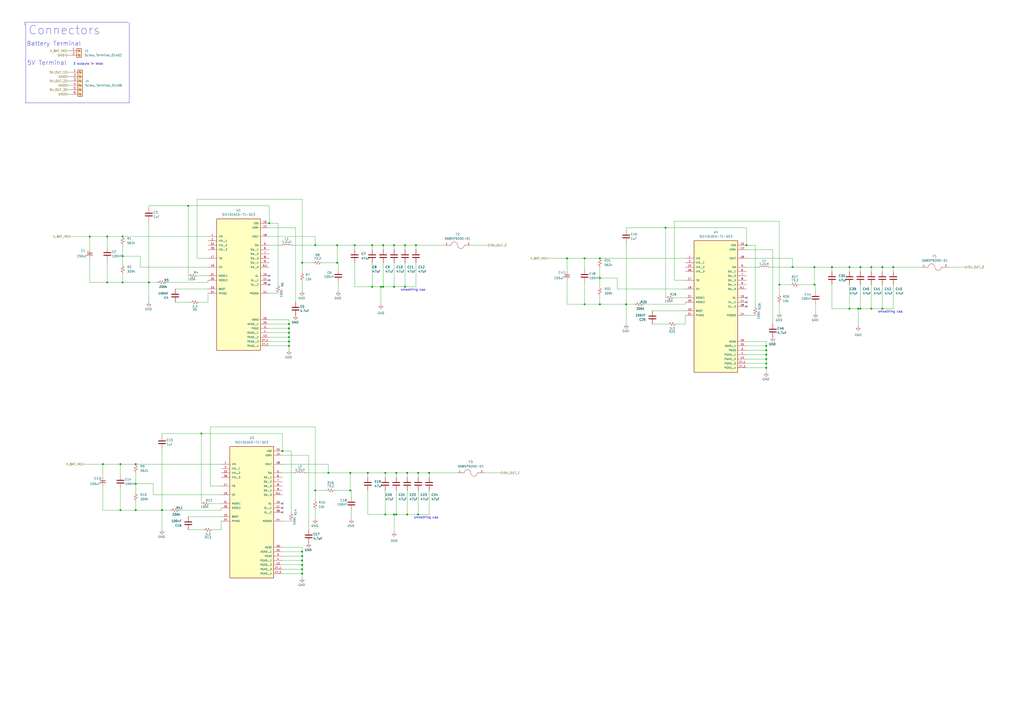
<source format=kicad_sch>
(kicad_sch (version 20231120) (generator "eeschema") (generator_version "8.0")
  (paper "A2")
  (lib_symbols
    (symbol "0685P9200-01:0685P9200-01" (pin_names (offset 1.016))
      (property "Reference" "F" (at -5.08 2.54 0))
      (property "Value" "0685P9200-01" (at -5.08 -3.81 0))
      (symbol "0685P9200-01_0_0"
        (pin passive line (at -7.62 0 0) (length 2.54) (name "~") (number "1"))
        (pin passive line (at 7.62 0 180) (length 2.54) (name "~") (number "2"))
      )
    )
    (symbol "Connector:Screw_Terminal_01x02" (pin_names (offset 1.016) hide)
      (property "Reference" "J" (at 0 2.54 0))
      (property "Value" "Screw_Terminal_01x02" (at 0 -5.08 0))
      (symbol "Screw_Terminal_01x02_1_1"
        (pin passive line (at -5.08 0 0) (length 3.81) (name "Pin_1") (number "1"))
        (pin passive line (at -5.08 -2.54 0) (length 3.81) (name "Pin_2") (number "2"))
      )
    )
    (symbol "Connector:Screw_Terminal_01x06" (pin_names (offset 1.016) hide)
      (property "Reference" "J" (at 0 7.62 0))
      (property "Value" "Screw_Terminal_01x06" (at 0 -10.16 0))
      (symbol "Screw_Terminal_01x06_1_1"
        (pin passive line (at -5.08 5.08 0) (length 3.81) (name "Pin_1") (number "1"))
        (pin passive line (at -5.08 2.54 0) (length 3.81) (name "Pin_2") (number "2"))
        (pin passive line (at -5.08 0 0) (length 3.81) (name "Pin_3") (number "3"))
        (pin passive line (at -5.08 -2.54 0) (length 3.81) (name "Pin_4") (number "4"))
        (pin passive line (at -5.08 -5.08 0) (length 3.81) (name "Pin_5") (number "5"))
        (pin passive line (at -5.08 -7.62 0) (length 3.81) (name "Pin_6") (number "6"))
      )
    )
    (symbol "Device:C" (pin_numbers hide) (pin_names (offset 0.254))
      (property "Reference" "C" (at 0.635 2.54 0))
      (property "Value" "C" (at 0.635 -2.54 0))
      (symbol "C_1_1"
        (pin passive line (at 0 3.81 270) (length 2.794) (name "~") (number "1"))
        (pin passive line (at 0 -3.81 90) (length 2.794) (name "~") (number "2"))
      )
    )
    (symbol "Device:C_Polarized_Small_US" (pin_numbers hide) (pin_names (offset 0.254) hide)
      (property "Reference" "C" (at 0.254 1.778 0))
      (property "Value" "C_Polarized_Small_US" (at 0.254 -2.032 0))
      (symbol "C_Polarized_Small_US_1_1"
        (pin passive line (at 0 2.54 270) (length 2.032) (name "~") (number "1"))
        (pin passive line (at 0 -2.54 90) (length 2.032) (name "~") (number "2"))
      )
    )
    (symbol "Device:L" (pin_numbers hide) (pin_names (offset 1.016) hide)
      (property "Reference" "L" (at -1.27 0 90))
      (property "Value" "L" (at 1.905 0 90))
      (symbol "L_1_1"
        (pin passive line (at 0 3.81 270) (length 1.27) (name "1") (number "1"))
        (pin passive line (at 0 -3.81 90) (length 1.27) (name "2") (number "2"))
      )
    )
    (symbol "Device:R_Small_US" (pin_numbers hide) (pin_names (offset 0.254) hide)
      (property "Reference" "R" (at 0.762 0.508 0))
      (property "Value" "R_Small_US" (at 0.762 -1.016 0))
      (symbol "R_Small_US_1_1"
        (pin passive line (at 0 2.54 270) (length 1.016) (name "~") (number "1"))
        (pin passive line (at 0 -2.54 90) (length 1.016) (name "~") (number "2"))
      )
    )
    (symbol "SIC431AED-T1-GE3_1" (pin_names (offset 1.016))
      (property "Reference" "U" (at -12.7233 23.5381 0))
      (property "Value" "SIC431AED-T1-GE3" (at -12.7365 -55.9527 0))
      (symbol "SIC431AED-T1-GE3_1_0_0"
        (pin input line (at -17.78 12.7 0) (length 5.08) (name "VIN") (number "1"))
        (pin output line (at 17.78 -10.16 180) (length 5.08) (name "GL") (number "10"))
        (pin output line (at 17.78 -12.7 180) (length 5.08) (name "GL__1") (number "11"))
        (pin power_in line (at 17.78 17.78 180) (length 5.08) (name "VDRV") (number "12"))
        (pin power_in line (at 17.78 -45.72 180) (length 5.08) (name "PGND__2") (number "13"))
        (pin output line (at 17.78 -20.32 180) (length 5.08) (name "PGOOD") (number "14"))
        (pin power_in line (at 17.78 20.32 180) (length 5.08) (name "VDD") (number "15"))
        (pin power_in line (at 17.78 -35.56 180) (length 5.08) (name "AGND") (number "16"))
        (pin input line (at -17.78 0 0) (length 5.08) (name "FB") (number "17"))
        (pin output line (at 17.78 12.7 180) (length 5.08) (name "VOUT") (number "18"))
        (pin input line (at -17.78 -5.08 0) (length 5.08) (name "EN") (number "19"))
        (pin input line (at -17.78 10.16 0) (length 5.08) (name "VIN__1") (number "2"))
        (pin input line (at -17.78 -12.7 0) (length 5.08) (name "MODE2") (number "20"))
        (pin input line (at -17.78 -10.16 0) (length 5.08) (name "MODE1") (number "21"))
        (pin input line (at -17.78 7.62 0) (length 5.08) (name "VIN__2") (number "22"))
        (pin passive line (at -17.78 -17.78 0) (length 5.08) (name "BOOT") (number "23"))
        (pin passive line (at -17.78 -20.32 0) (length 5.08) (name "PHASE") (number "24"))
        (pin power_in line (at 17.78 -38.1 180) (length 5.08) (name "AGND__1") (number "25"))
        (pin input line (at -17.78 5.08 0) (length 5.08) (name "VIN__3") (number "26"))
        (pin power_in line (at 17.78 -48.26 180) (length 5.08) (name "PGND__3") (number "27_1"))
        (pin power_in line (at 17.78 -50.8 180) (length 5.08) (name "PGND__4") (number "27_2"))
        (pin output line (at 17.78 -15.24 180) (length 5.08) (name "GL__2") (number "28"))
        (pin power_in line (at 17.78 -40.64 180) (length 5.08) (name "PGND") (number "3"))
        (pin power_in line (at 17.78 -43.18 180) (length 5.08) (name "PGND__1") (number "4"))
        (pin output line (at 17.78 7.62 180) (length 5.08) (name "SW") (number "5"))
        (pin output line (at 17.78 5.08 180) (length 5.08) (name "SW__1") (number "6"))
        (pin output line (at 17.78 2.54 180) (length 5.08) (name "SW__2") (number "7"))
        (pin output line (at 17.78 0 180) (length 5.08) (name "SW__3") (number "8"))
        (pin output line (at 17.78 -2.54 180) (length 5.08) (name "SW__4") (number "9"))
        (pin output line (at 17.78 -5.08 180) (length 5.08) (name "SW__5") (number "9.1"))
      )
    )
    (symbol "power:GND" (power) (pin_names (offset 0))
      (property "Value" "GND" (at 0 -3.81 0))
      (symbol "GND_1_1"
        (pin power_in line (at 0 0 270) (length 0) hide (name "GND") (number "1"))
      )
    )
  )
  (junction (at 69.85 295.91))
  (junction (at 167.64 200.66))
  (junction (at 234.95 166.37))
  (junction (at 505.46 154.94))
  (junction (at 229.87 274.32))
  (junction (at 78.74 280.67))
  (junction (at 175.26 322.58))
  (junction (at 505.46 179.07))
  (junction (at 167.64 187.96))
  (junction (at 248.92 274.32))
  (junction (at 236.22 274.32))
  (junction (at 236.22 298.45))
  (junction (at 499.11 154.94))
  (junction (at 242.57 298.45))
  (junction (at 228.6 298.45))
  (junction (at 444.5 200.66))
  (junction (at 175.26 325.12))
  (junction (at 195.58 152.4))
  (junction (at 163.83 261.62))
  (junction (at 59.69 269.24))
  (junction (at 167.64 198.12))
  (junction (at 347.98 161.29))
  (junction (at 93.98 295.91))
  (junction (at 228.6 142.24))
  (junction (at 116.84 251.46))
  (junction (at 347.98 149.86))
  (junction (at 234.95 142.24))
  (junction (at 492.76 154.94))
  (junction (at 62.23 137.16))
  (junction (at 499.11 179.07))
  (junction (at 242.57 274.32))
  (junction (at 69.85 269.24))
  (junction (at 339.09 176.53))
  (junction (at 167.64 190.5))
  (junction (at 363.22 176.53))
  (junction (at 518.16 154.94))
  (junction (at 223.52 274.32))
  (junction (at 71.12 137.16))
  (junction (at 472.44 154.94))
  (junction (at 241.3 142.24))
  (junction (at 444.5 205.74))
  (junction (at 156.21 129.54))
  (junction (at 482.6 154.94))
  (junction (at 182.88 284.48))
  (junction (at 52.07 137.16))
  (junction (at 86.36 163.83))
  (junction (at 109.22 119.38))
  (junction (at 339.09 149.86))
  (junction (at 175.26 330.2))
  (junction (at 222.25 166.37))
  (junction (at 229.87 298.45))
  (junction (at 203.2 274.32))
  (junction (at 220.98 166.37))
  (junction (at 347.98 176.53))
  (junction (at 492.76 179.07))
  (junction (at 444.5 203.2))
  (junction (at 222.25 142.24))
  (junction (at 444.5 213.36))
  (junction (at 195.58 142.24))
  (junction (at 205.74 142.24))
  (junction (at 78.74 269.24))
  (junction (at 511.81 179.07))
  (junction (at 433.07 142.24))
  (junction (at 223.52 298.45))
  (junction (at 215.9 142.24))
  (junction (at 175.26 327.66))
  (junction (at 228.6 166.37))
  (junction (at 203.2 284.48))
  (junction (at 71.12 148.59))
  (junction (at 62.23 163.83))
  (junction (at 444.5 210.82))
  (junction (at 459.74 154.94))
  (junction (at 213.36 274.32))
  (junction (at 472.44 165.1))
  (junction (at 511.81 154.94))
  (junction (at 215.9 166.37))
  (junction (at 175.26 332.74))
  (junction (at 167.64 195.58))
  (junction (at 452.12 165.1))
  (junction (at 78.74 295.91))
  (junction (at 182.88 142.24))
  (junction (at 71.12 163.83))
  (junction (at 497.84 179.07))
  (junction (at 190.5 274.32))
  (junction (at 386.08 132.08))
  (junction (at 328.93 149.86))
  (junction (at 444.5 208.28))
  (junction (at 175.26 152.4))
  (junction (at 167.64 193.04))
  (junction (at 175.26 320.04))
  (no_connect (at 156.21 165.1))
  (no_connect (at 156.21 160.02))
  (no_connect (at 156.21 162.56))
  (no_connect (at 433.07 172.72))
  (no_connect (at 163.83 292.1))
  (no_connect (at 433.07 175.26))
  (no_connect (at 163.83 297.18))
  (no_connect (at 163.83 294.64))
  (no_connect (at 433.07 177.8))
  (wire (pts (xy 86.36 163.83) (xy 71.12 163.83)))
  (wire (pts (xy 505.46 165.1) (xy 505.46 179.07)))
  (wire (pts (xy 71.12 137.16) (xy 62.23 137.16)))
  (polyline (pts (xy 14.986 59.69) (xy 74.93 59.69)))
  (wire (pts (xy 368.3 176.53) (xy 363.22 176.53)))
  (wire (pts (xy 109.22 299.72) (xy 128.27 299.72)))
  (wire (pts (xy 163.83 322.58) (xy 175.26 322.58)))
  (wire (pts (xy 128.27 307.34) (xy 128.27 302.26)))
  (wire (pts (xy 492.76 154.94) (xy 482.6 154.94)))
  (wire (pts (xy 248.92 274.32) (xy 248.92 276.86)))
  (wire (pts (xy 93.98 295.91) (xy 78.74 295.91)))
  (wire (pts (xy 52.07 149.86) (xy 52.07 163.83)))
  (wire (pts (xy 223.52 274.32) (xy 223.52 276.86)))
  (wire (pts (xy 109.22 119.38) (xy 156.21 119.38)))
  (wire (pts (xy 222.25 152.4) (xy 222.25 166.37)))
  (wire (pts (xy 175.26 152.4) (xy 175.26 158.115)))
  (wire (pts (xy 167.64 187.96) (xy 167.64 190.5)))
  (wire (pts (xy 518.16 165.1) (xy 518.16 179.07)))
  (wire (pts (xy 167.64 185.42) (xy 167.64 187.96)))
  (wire (pts (xy 317.5 149.86) (xy 328.93 149.86)))
  (wire (pts (xy 78.74 295.91) (xy 78.74 290.83)))
  (wire (pts (xy 156.21 200.66) (xy 167.64 200.66)))
  (wire (pts (xy 52.07 163.83) (xy 62.23 163.83)))
  (wire (pts (xy 163.83 325.12) (xy 175.26 325.12)))
  (wire (pts (xy 444.5 203.2) (xy 444.5 205.74)))
  (wire (pts (xy 228.6 298.45) (xy 229.87 298.45)))
  (wire (pts (xy 175.26 152.4) (xy 181.61 152.4)))
  (wire (pts (xy 167.64 198.12) (xy 167.64 200.66)))
  (polyline (pts (xy 14.351 12.954) (xy 14.351 14.478)))
  (wire (pts (xy 38.862 32.004) (xy 40.767 32.004)))
  (wire (pts (xy 215.9 142.24) (xy 222.25 142.24)))
  (wire (pts (xy 438.15 142.24) (xy 433.07 142.24)))
  (wire (pts (xy 175.26 322.58) (xy 175.26 325.12)))
  (wire (pts (xy 234.95 166.37) (xy 241.3 166.37)))
  (wire (pts (xy 248.92 274.32) (xy 265.43 274.32)))
  (wire (pts (xy 241.3 152.4) (xy 241.3 166.37)))
  (wire (pts (xy 182.88 247.65) (xy 182.88 284.48)))
  (wire (pts (xy 121.92 292.1) (xy 128.27 292.1)))
  (wire (pts (xy 229.87 298.45) (xy 236.22 298.45)))
  (wire (pts (xy 280.67 274.32) (xy 290.83 274.32)))
  (wire (pts (xy 40.64 137.16) (xy 52.07 137.16)))
  (wire (pts (xy 163.83 302.26) (xy 168.91 302.26)))
  (wire (pts (xy 213.36 274.32) (xy 213.36 276.86)))
  (wire (pts (xy 156.21 170.18) (xy 161.29 170.18)))
  (wire (pts (xy 101.6 175.26) (xy 110.49 175.26)))
  (wire (pts (xy 93.98 260.35) (xy 93.98 295.91)))
  (wire (pts (xy 386.08 132.08) (xy 433.07 132.08)))
  (wire (pts (xy 93.98 295.91) (xy 93.98 307.34)))
  (wire (pts (xy 179.07 264.16) (xy 179.07 307.34)))
  (wire (pts (xy 86.36 128.27) (xy 86.36 163.83)))
  (wire (pts (xy 223.52 298.45) (xy 213.36 298.45)))
  (wire (pts (xy 186.69 152.4) (xy 195.58 152.4)))
  (wire (pts (xy 69.85 269.24) (xy 69.85 275.59)))
  (wire (pts (xy 156.21 185.42) (xy 167.64 185.42)))
  (wire (pts (xy 203.835 295.91) (xy 203.835 300.99)))
  (wire (pts (xy 195.58 152.4) (xy 196.215 152.4)))
  (wire (pts (xy 163.83 251.46) (xy 163.83 261.62)))
  (wire (pts (xy 363.22 140.97) (xy 363.22 176.53)))
  (wire (pts (xy 167.64 200.66) (xy 167.64 203.2)))
  (wire (pts (xy 397.51 175.26) (xy 397.51 176.53)))
  (wire (pts (xy 223.52 274.32) (xy 229.87 274.32)))
  (wire (pts (xy 511.81 179.07) (xy 518.16 179.07)))
  (wire (pts (xy 234.95 142.24) (xy 241.3 142.24)))
  (wire (pts (xy 505.46 154.94) (xy 505.46 157.48)))
  (wire (pts (xy 397.51 162.56) (xy 391.16 162.56)))
  (wire (pts (xy 203.2 274.32) (xy 213.36 274.32)))
  (wire (pts (xy 101.6 167.64) (xy 120.65 167.64)))
  (wire (pts (xy 472.44 165.1) (xy 473.075 165.1)))
  (wire (pts (xy 248.92 284.48) (xy 248.92 298.45)))
  (wire (pts (xy 363.22 132.08) (xy 363.22 133.35)))
  (wire (pts (xy 242.57 274.32) (xy 242.57 276.86)))
  (wire (pts (xy 511.81 154.94) (xy 511.81 157.48)))
  (wire (pts (xy 391.16 172.72) (xy 397.51 172.72)))
  (wire (pts (xy 242.57 298.45) (xy 248.92 298.45)))
  (wire (pts (xy 448.31 144.78) (xy 448.31 187.96)))
  (wire (pts (xy 120.65 149.86) (xy 114.3 149.86)))
  (wire (pts (xy 195.58 142.24) (xy 195.58 152.4)))
  (wire (pts (xy 397.51 167.64) (xy 358.14 167.64)))
  (wire (pts (xy 156.21 187.96) (xy 167.64 187.96)))
  (wire (pts (xy 175.26 327.66) (xy 175.26 330.2)))
  (wire (pts (xy 163.83 327.66) (xy 175.26 327.66)))
  (wire (pts (xy 363.22 176.53) (xy 347.98 176.53)))
  (wire (pts (xy 81.28 148.59) (xy 71.12 148.59)))
  (wire (pts (xy 391.16 128.27) (xy 452.12 128.27)))
  (wire (pts (xy 499.11 179.07) (xy 505.46 179.07)))
  (wire (pts (xy 433.07 203.2) (xy 444.5 203.2)))
  (wire (pts (xy 358.14 167.64) (xy 358.14 161.29)))
  (wire (pts (xy 156.21 137.16) (xy 182.88 137.16)))
  (wire (pts (xy 229.87 274.32) (xy 236.22 274.32)))
  (wire (pts (xy 115.57 175.26) (xy 120.65 175.26)))
  (wire (pts (xy 241.3 142.24) (xy 257.81 142.24)))
  (wire (pts (xy 39.37 49.53) (xy 41.402 49.53)))
  (wire (pts (xy 339.09 176.53) (xy 347.98 176.53)))
  (wire (pts (xy 433.07 198.12) (xy 444.5 198.12)))
  (wire (pts (xy 339.09 149.86) (xy 339.09 156.21)))
  (wire (pts (xy 175.26 330.2) (xy 175.26 332.74)))
  (wire (pts (xy 220.98 166.37) (xy 215.9 166.37)))
  (wire (pts (xy 215.9 142.24) (xy 205.74 142.24)))
  (wire (pts (xy 229.87 284.48) (xy 229.87 298.45)))
  (wire (pts (xy 492.76 154.94) (xy 492.76 157.48)))
  (wire (pts (xy 52.07 137.16) (xy 52.07 144.78)))
  (wire (pts (xy 109.22 307.34) (xy 118.11 307.34)))
  (wire (pts (xy 438.15 177.8) (xy 438.15 142.24)))
  (wire (pts (xy 120.65 162.56) (xy 120.65 163.83)))
  (wire (pts (xy 62.23 163.83) (xy 71.12 163.83)))
  (wire (pts (xy 52.07 137.16) (xy 62.23 137.16)))
  (wire (pts (xy 378.46 187.96) (xy 387.35 187.96)))
  (wire (pts (xy 86.36 163.83) (xy 86.36 175.26)))
  (wire (pts (xy 175.26 317.5) (xy 175.26 320.04)))
  (wire (pts (xy 433.07 149.86) (xy 459.74 149.86)))
  (wire (pts (xy 121.92 247.65) (xy 182.88 247.65)))
  (wire (pts (xy 62.23 137.16) (xy 62.23 143.51)))
  (wire (pts (xy 444.5 208.28) (xy 444.5 210.82)))
  (wire (pts (xy 242.57 284.48) (xy 242.57 298.45)))
  (wire (pts (xy 175.26 332.74) (xy 175.26 335.28)))
  (wire (pts (xy 203.2 274.32) (xy 203.2 284.48)))
  (wire (pts (xy 156.21 193.04) (xy 167.64 193.04)))
  (wire (pts (xy 48.26 269.24) (xy 59.69 269.24)))
  (wire (pts (xy 71.12 148.59) (xy 71.12 153.67)))
  (wire (pts (xy 433.07 200.66) (xy 444.5 200.66)))
  (wire (pts (xy 120.65 175.26) (xy 120.65 170.18)))
  (wire (pts (xy 86.36 119.38) (xy 86.36 120.65)))
  (wire (pts (xy 228.6 298.45) (xy 223.52 298.45)))
  (wire (pts (xy 433.07 205.74) (xy 444.5 205.74)))
  (wire (pts (xy 518.16 154.94) (xy 518.16 157.48)))
  (wire (pts (xy 156.21 132.08) (xy 171.45 132.08)))
  (wire (pts (xy 167.64 193.04) (xy 167.64 195.58)))
  (wire (pts (xy 492.76 165.1) (xy 492.76 179.07)))
  (wire (pts (xy 505.46 154.94) (xy 511.81 154.94)))
  (wire (pts (xy 59.69 281.94) (xy 59.69 295.91)))
  (wire (pts (xy 499.11 157.48) (xy 499.11 154.94)))
  (wire (pts (xy 386.08 172.72) (xy 386.08 132.08)))
  (wire (pts (xy 62.23 151.13) (xy 62.23 163.83)))
  (wire (pts (xy 38.862 29.464) (xy 40.767 29.464)))
  (wire (pts (xy 358.14 161.29) (xy 347.98 161.29)))
  (wire (pts (xy 196.215 152.4) (xy 196.215 156.21)))
  (wire (pts (xy 59.69 269.24) (xy 59.69 276.86)))
  (wire (pts (xy 93.98 251.46) (xy 93.98 252.73)))
  (wire (pts (xy 78.74 274.32) (xy 78.74 280.67)))
  (wire (pts (xy 452.12 128.27) (xy 452.12 165.1)))
  (wire (pts (xy 452.12 165.1) (xy 458.47 165.1)))
  (wire (pts (xy 228.6 166.37) (xy 234.95 166.37)))
  (wire (pts (xy 78.74 280.67) (xy 78.74 285.75)))
  (wire (pts (xy 459.74 154.94) (xy 472.44 154.94)))
  (wire (pts (xy 175.26 325.12) (xy 175.26 327.66)))
  (wire (pts (xy 220.98 176.53) (xy 220.98 166.37)))
  (wire (pts (xy 167.64 195.58) (xy 167.64 198.12)))
  (wire (pts (xy 114.3 115.57) (xy 175.26 115.57)))
  (wire (pts (xy 363.22 176.53) (xy 363.22 187.96)))
  (wire (pts (xy 86.36 119.38) (xy 109.22 119.38)))
  (wire (pts (xy 196.215 163.83) (xy 196.215 168.91)))
  (wire (pts (xy 168.91 261.62) (xy 163.83 261.62)))
  (wire (pts (xy 397.51 187.96) (xy 397.51 182.88)))
  (wire (pts (xy 215.9 142.24) (xy 215.9 144.78)))
  (wire (pts (xy 39.37 44.45) (xy 41.402 44.45)))
  (wire (pts (xy 104.14 295.91) (xy 128.27 295.91)))
  (wire (pts (xy 99.06 295.91) (xy 93.98 295.91)))
  (wire (pts (xy 444.5 210.82) (xy 444.5 213.36)))
  (wire (pts (xy 492.76 179.07) (xy 482.6 179.07)))
  (wire (pts (xy 205.74 142.24) (xy 205.74 144.78)))
  (wire (pts (xy 163.83 269.24) (xy 190.5 269.24)))
  (wire (pts (xy 156.21 190.5) (xy 167.64 190.5)))
  (wire (pts (xy 482.6 179.07) (xy 482.6 165.1)))
  (wire (pts (xy 273.05 142.24) (xy 283.21 142.24)))
  (wire (pts (xy 497.84 189.23) (xy 497.84 179.07)))
  (wire (pts (xy 234.95 152.4) (xy 234.95 166.37)))
  (wire (pts (xy 116.84 292.1) (xy 116.84 251.46)))
  (wire (pts (xy 499.11 165.1) (xy 499.11 179.07)))
  (wire (pts (xy 347.98 161.29) (xy 347.98 166.37)))
  (polyline (pts (xy 74.295 12.954) (xy 14.351 12.954)))
  (wire (pts (xy 222.25 144.78) (xy 222.25 142.24)))
  (wire (pts (xy 71.12 137.16) (xy 120.65 137.16)))
  (wire (pts (xy 190.5 274.32) (xy 203.2 274.32)))
  (wire (pts (xy 472.44 154.94) (xy 482.6 154.94)))
  (wire (pts (xy 182.88 284.48) (xy 182.88 290.195)))
  (wire (pts (xy 228.6 142.24) (xy 234.95 142.24)))
  (wire (pts (xy 222.25 166.37) (xy 228.6 166.37)))
  (wire (pts (xy 39.37 46.99) (xy 41.402 46.99)))
  (wire (pts (xy 163.83 330.2) (xy 175.26 330.2)))
  (wire (pts (xy 473.075 176.53) (xy 473.075 181.61)))
  (wire (pts (xy 223.52 274.32) (xy 213.36 274.32)))
  (wire (pts (xy 220.98 166.37) (xy 222.25 166.37)))
  (wire (pts (xy 228.6 142.24) (xy 228.6 144.78)))
  (wire (pts (xy 39.37 52.07) (xy 41.402 52.07)))
  (wire (pts (xy 242.57 274.32) (xy 248.92 274.32)))
  (wire (pts (xy 175.26 115.57) (xy 175.26 152.4)))
  (wire (pts (xy 69.85 295.91) (xy 78.74 295.91)))
  (wire (pts (xy 128.27 287.02) (xy 88.9 287.02)))
  (wire (pts (xy 444.5 213.36) (xy 444.5 215.9)))
  (wire (pts (xy 78.74 269.24) (xy 69.85 269.24)))
  (wire (pts (xy 203.2 284.48) (xy 203.835 284.48)))
  (wire (pts (xy 363.22 132.08) (xy 386.08 132.08)))
  (wire (pts (xy 163.83 317.5) (xy 175.26 317.5)))
  (wire (pts (xy 163.83 274.32) (xy 170.18 274.32)))
  (wire (pts (xy 433.07 213.36) (xy 444.5 213.36)))
  (polyline (pts (xy 14.986 13.462) (xy 14.986 59.69)))
  (wire (pts (xy 433.07 144.78) (xy 448.31 144.78)))
  (wire (pts (xy 194.31 284.48) (xy 203.2 284.48)))
  (wire (pts (xy 228.6 308.61) (xy 228.6 298.45)))
  (wire (pts (xy 175.26 163.195) (xy 175.26 168.91)))
  (wire (pts (xy 241.3 142.24) (xy 241.3 144.78)))
  (wire (pts (xy 433.07 182.88) (xy 438.15 182.88)))
  (wire (pts (xy 236.22 274.32) (xy 236.22 276.86)))
  (wire (pts (xy 175.26 320.04) (xy 175.26 322.58)))
  (wire (pts (xy 114.3 149.86) (xy 114.3 115.57)))
  (wire (pts (xy 328.93 162.56) (xy 328.93 176.53)))
  (wire (pts (xy 222.25 142.24) (xy 228.6 142.24)))
  (wire (pts (xy 549.91 154.94) (xy 560.07 154.94)))
  (wire (pts (xy 120.65 154.94) (xy 81.28 154.94)))
  (wire (pts (xy 71.12 142.24) (xy 71.12 148.59)))
  (wire (pts (xy 228.6 152.4) (xy 228.6 166.37)))
  (wire (pts (xy 234.95 142.24) (xy 234.95 144.78)))
  (wire (pts (xy 182.88 142.24) (xy 195.58 142.24)))
  (wire (pts (xy 444.5 205.74) (xy 444.5 208.28)))
  (wire (pts (xy 88.9 280.67) (xy 78.74 280.67)))
  (wire (pts (xy 236.22 274.32) (xy 242.57 274.32)))
  (wire (pts (xy 339.09 163.83) (xy 339.09 176.53)))
  (wire (pts (xy 433.07 154.94) (xy 439.42 154.94)))
  (wire (pts (xy 182.88 284.48) (xy 189.23 284.48)))
  (wire (pts (xy 328.93 176.53) (xy 339.09 176.53)))
  (wire (pts (xy 433.07 210.82) (xy 444.5 210.82)))
  (wire (pts (xy 452.12 175.895) (xy 452.12 181.61)))
  (wire (pts (xy 128.27 294.64) (xy 128.27 295.91)))
  (wire (pts (xy 161.29 129.54) (xy 156.21 129.54)))
  (wire (pts (xy 347.98 154.94) (xy 347.98 161.29)))
  (wire (pts (xy 88.9 287.02) (xy 88.9 280.67)))
  (wire (pts (xy 492.76 154.94) (xy 499.11 154.94)))
  (wire (pts (xy 161.29 165.1) (xy 161.29 129.54)))
  (wire (pts (xy 482.6 154.94) (xy 482.6 157.48)))
  (wire (pts (xy 156.21 119.38) (xy 156.21 129.54)))
  (wire (pts (xy 156.21 142.24) (xy 162.56 142.24)))
  (wire (pts (xy 205.74 166.37) (xy 205.74 152.4)))
  (wire (pts (xy 71.12 163.83) (xy 71.12 158.75)))
  (wire (pts (xy 91.44 163.83) (xy 86.36 163.83)))
  (wire (pts (xy 163.83 264.16) (xy 179.07 264.16)))
  (wire (pts (xy 121.92 281.94) (xy 121.92 247.65)))
  (wire (pts (xy 236.22 284.48) (xy 236.22 298.45)))
  (wire (pts (xy 78.74 269.24) (xy 128.27 269.24)))
  (wire (pts (xy 433.07 132.08) (xy 433.07 142.24)))
  (wire (pts (xy 96.52 163.83) (xy 120.65 163.83)))
  (wire (pts (xy 511.81 165.1) (xy 511.81 179.07)))
  (wire (pts (xy 518.16 154.94) (xy 534.67 154.94)))
  (wire (pts (xy 223.52 284.48) (xy 223.52 298.45)))
  (wire (pts (xy 156.21 198.12) (xy 167.64 198.12)))
  (wire (pts (xy 511.81 154.94) (xy 518.16 154.94)))
  (wire (pts (xy 177.8 274.32) (xy 190.5 274.32)))
  (wire (pts (xy 452.12 165.1) (xy 452.12 170.815)))
  (wire (pts (xy 59.69 269.24) (xy 69.85 269.24)))
  (wire (pts (xy 392.43 187.96) (xy 397.51 187.96)))
  (wire (pts (xy 215.9 166.37) (xy 205.74 166.37)))
  (wire (pts (xy 373.38 176.53) (xy 397.51 176.53)))
  (wire (pts (xy 116.84 251.46) (xy 163.83 251.46)))
  (wire (pts (xy 190.5 269.24) (xy 190.5 274.32)))
  (wire (pts (xy 328.93 149.86) (xy 328.93 157.48)))
  (wire (pts (xy 347.98 149.86) (xy 339.09 149.86)))
  (wire (pts (xy 182.88 137.16) (xy 182.88 142.24)))
  (wire (pts (xy 128.27 281.94) (xy 121.92 281.94)))
  (wire (pts (xy 444.5 198.12) (xy 444.5 200.66)))
  (wire (pts (xy 39.37 41.91) (xy 41.402 41.91)))
  (wire (pts (xy 391.16 162.56) (xy 391.16 128.27)))
  (wire (pts (xy 69.85 283.21) (xy 69.85 295.91)))
  (wire (pts (xy 203.835 284.48) (xy 203.835 288.29)))
  (wire (pts (xy 167.64 190.5) (xy 167.64 193.04)))
  (wire (pts (xy 39.37 54.61) (xy 41.402 54.61)))
  (wire (pts (xy 59.69 295.91) (xy 69.85 295.91)))
  (wire (pts (xy 229.87 276.86) (xy 229.87 274.32)))
  (wire (pts (xy 347.98 149.86) (xy 397.51 149.86)))
  (wire (pts (xy 463.55 165.1) (xy 472.44 165.1)))
  (wire (pts (xy 328.93 149.86) (xy 339.09 149.86)))
  (wire (pts (xy 163.83 332.74) (xy 175.26 332.74)))
  (wire (pts (xy 347.98 176.53) (xy 347.98 171.45)))
  (wire (pts (xy 213.36 298.45) (xy 213.36 284.48)))
  (wire (pts (xy 499.11 154.94) (xy 505.46 154.94)))
  (wire (pts (xy 433.07 208.28) (xy 444.5 208.28)))
  (wire (pts (xy 378.46 180.34) (xy 397.51 180.34)))
  (wire (pts (xy 236.22 298.45) (xy 242.57 298.45)))
  (wire (pts (xy 93.98 251.46) (xy 116.84 251.46)))
  (wire (pts (xy 447.04 154.94) (xy 459.74 154.94)))
  (wire (pts (xy 497.84 179.07) (xy 492.76 179.07)))
  (wire (pts (xy 168.91 297.18) (xy 168.91 261.62)))
  (wire (pts (xy 473.075 165.1) (xy 473.075 168.91)))
  (wire (pts (xy 114.3 160.02) (xy 120.65 160.02)))
  (wire (pts (xy 123.19 307.34) (xy 128.27 307.34)))
  (wire (pts (xy 444.5 200.66) (xy 444.5 203.2)))
  (wire (pts (xy 505.46 179.07) (xy 511.81 179.07)))
  (wire (pts (xy 163.83 320.04) (xy 175.26 320.04)))
  (wire (pts (xy 472.44 154.94) (xy 472.44 165.1)))
  (wire (pts (xy 171.45 132.08) (xy 171.45 175.26)))
  (wire (pts (xy 156.21 195.58) (xy 167.64 195.58)))
  (wire (pts (xy 459.74 149.86) (xy 459.74 154.94)))
  (wire (pts (xy 182.88 295.275) (xy 182.88 300.99)))
  (wire (pts (xy 109.22 160.02) (xy 109.22 119.38)))
  (wire (pts (xy 81.28 154.94) (xy 81.28 148.59)))
  (wire (pts (xy 195.58 142.24) (xy 205.74 142.24)))
  (wire (pts (xy 215.9 152.4) (xy 215.9 166.37)))
  (wire (pts (xy 497.84 179.07) (xy 499.11 179.07)))
  (polyline (pts (xy 74.93 59.69) (xy 74.93 12.954)))
  (wire (pts (xy 170.18 142.24) (xy 182.88 142.24)))
  (text "Connectors" (at 16.383 20.574 0) (effects (font (size 5 5)) (justify left bottom)))
  (text "Battery Terminal\n" (at 15.367 26.924 0) (effects (font (size 2.54 2.54)) (justify left bottom)))
  (text "5V Terminal" (at 15.748 38.1 0) (effects (font (size 2.54 2.54)) (justify left bottom)))
  (text "smoothing cap" (at 509.27 181.61 0) (effects (font (size 1.27 1.27)) (justify left bottom)))
  (text "3 outputs in total" (at 42.418 37.846 0) (effects (font (size 1.27 1.27)) (justify left bottom)))
  (text "smoothing cap" (at 232.41 168.91 0) (effects (font (size 1.27 1.27)) (justify left bottom)))
  (text "smoothing cap" (at 240.03 300.99 0) (effects (font (size 1.27 1.27)) (justify left bottom)))
  (hierarchical_label "5V_OUT_3" (shape output) (at 560.07 154.94 0))
  (hierarchical_label "GND" (shape input) (at 39.37 54.61 180))
  (hierarchical_label "5V_OUT_3" (shape input) (at 39.37 52.07 180))
  (hierarchical_label "V_BAT_IN" (shape input) (at 48.26 269.24 180))
  (hierarchical_label "GND" (shape input) (at 39.37 49.53 180))
  (hierarchical_label "5V_OUT_1" (shape input) (at 39.37 41.91 180))
  (hierarchical_label "GND" (shape output) (at 38.862 32.004 180))
  (hierarchical_label "5V_OUT_1" (shape output) (at 290.83 274.32 0))
  (hierarchical_label "5V_OUT_2" (shape output) (at 283.21 142.24 0))
  (hierarchical_label "V_BAT_IN" (shape input) (at 317.5 149.86 180))
  (hierarchical_label "GND" (shape input) (at 39.37 44.45 180))
  (hierarchical_label "5V_OUT_2" (shape input) (at 39.37 46.99 180))
  (hierarchical_label "V_BAT_IN" (shape input) (at 38.862 29.464 180))
  (hierarchical_label "V_BAT_IN" (shape input) (at 40.64 137.16 180))
  (symbol (lib_id "power:GND") (at 473.075 181.61 0) (unit 1)
    (property "Reference" "#PWR012" (effects (hide yes)))
    (property "Value" "GND" (at 472.821 185.674 0))
  )
  (symbol (lib_id "0685P9200-01:0685P9200-01") (at 273.05 274.32 0) (unit 1)
    (property "Reference" "F3" (at 273.05 267.97 0))
    (property "Value" "0685P9200-01" (at 273.05 270.51 0))
    (property "Footprint" "0685P9200_01:FUSC3215X83N" (effects (hide yes)))
    (property "PARTREV" "Jan2019" (effects (hide yes)))
    (property "STANDARD" "IPC-7351B" (effects (hide yes)))
    (property "MAXIMUM_PACKAGE_HEIGHT" "0.83mm" (effects (hide yes)))
    (property "MANUFACTURER" "BELFUSE" (effects (hide yes)))
  )
  (symbol (lib_id "Device:C") (at 511.81 161.29 0) (unit 1)
    (property "Reference" "C42" (at 513.08 167.64 0) (effects (justify left)))
    (property "Value" "47uF" (at 513.08 170.18 0) (effects (justify left)))
    (property "Footprint" "Capacitor_SMD:C_0805_2012Metric" (effects (hide yes)))
  )
  (symbol (lib_id "0685P9200-01:0685P9200-01") (at 542.29 154.94 0) (unit 1)
    (property "Reference" "F1" (at 542.29 148.59 0))
    (property "Value" "0685P9200-01" (at 542.29 151.13 0))
    (property "Footprint" "0685P9200_01:FUSC3215X83N" (effects (hide yes)))
    (property "PARTREV" "Jan2019" (effects (hide yes)))
    (property "STANDARD" "IPC-7351B" (effects (hide yes)))
    (property "MAXIMUM_PACKAGE_HEIGHT" "0.83mm" (effects (hide yes)))
    (property "MANUFACTURER" "BELFUSE" (effects (hide yes)))
  )
  (symbol (lib_id "Device:R_Small_US") (at 161.29 167.64 0) (unit 1)
    (property "Reference" "R6" (at 163.83 165.1 90))
    (property "Value" "100k" (at 163.195 170.18 90))
    (property "Footprint" "Resistor_SMD:R_0805_2012Metric" (effects (hide yes)))
    (property "Datasheet" "https://www.vishay.com/docs/28758/tnpw_e3.pdf" (effects (hide yes)))
  )
  (symbol (lib_id "Device:C") (at 229.87 280.67 0) (unit 1)
    (property "Reference" "C21" (at 231.14 287.02 0) (effects (justify left)))
    (property "Value" "47uF" (at 231.14 289.56 0) (effects (justify left)))
    (property "Footprint" "Capacitor_SMD:C_0805_2012Metric" (effects (hide yes)))
  )
  (symbol (lib_id "Device:C") (at 448.31 191.77 0) (unit 1)
    (property "Reference" "C46" (at 450.85 190.5 0) (effects (justify left)))
    (property "Value" "4.7uF" (at 450.85 193.04 0) (effects (justify left)))
    (property "Footprint" "Capacitor_SMD:C_0805_2012Metric" (effects (hide yes)))
  )
  (symbol (lib_id "Device:C") (at 482.6 161.29 0) (unit 1)
    (property "Reference" "C32" (at 486.41 160.02 0) (effects (justify left)))
    (property "Value" "47uF" (at 486.41 162.56 0) (effects (justify left)))
    (property "Footprint" "Capacitor_SMD:C_0805_2012Metric" (effects (hide yes)))
  )
  (symbol (lib_id "0685P9200-01:0685P9200-01") (at 265.43 142.24 0) (unit 1)
    (property "Reference" "F2" (at 265.43 135.89 0))
    (property "Value" "0685P9200-01" (at 265.43 138.43 0))
    (property "Footprint" "0685P9200_01:FUSC3215X83N" (effects (hide yes)))
    (property "PARTREV" "Jan2019" (effects (hide yes)))
    (property "STANDARD" "IPC-7351B" (effects (hide yes)))
    (property "MAXIMUM_PACKAGE_HEIGHT" "0.83mm" (effects (hide yes)))
    (property "MANUFACTURER" "BELFUSE" (effects (hide yes)))
  )
  (symbol (lib_id "Device:L") (at 173.99 274.32 90) (unit 1)
    (property "Reference" "L2" (at 173.99 270.51 90))
    (property "Value" "1.2uH" (at 173.99 272.415 90))
    (property "Footprint" "Inductor_SMD:L_Vishay_IHLP-5050" (effects (hide yes)))
    (property "Datasheet" "https://www.vishay.com/docs/34123/ihlp-5050fd-01.pdf" (effects (hide yes)))
  )
  (symbol (lib_id "Device:R_Small_US") (at 452.12 173.355 0) (unit 1)
    (property "Reference" "R26" (at 454.025 172.0849 0) (effects (justify left)))
    (property "Value" "10k" (at 454.025 174.6249 0) (effects (justify left)))
    (property "Footprint" "Resistor_SMD:R_0805_2012Metric" (effects (hide yes)))
  )
  (symbol (lib_id "Device:R_Small_US") (at 93.98 163.83 90) (unit 1)
    (property "Reference" "R3" (at 96.52 162.56 90))
    (property "Value" "200k" (at 94.615 166.37 90))
    (property "Footprint" "Resistor_SMD:R_0805_2012Metric" (effects (hide yes)))
    (property "Datasheet" "https://www.vishay.com/docs/28758/tnpw_e3.pdf" (effects (hide yes)))
  )
  (symbol (lib_id "Device:R_Small_US") (at 191.77 284.48 90) (unit 1)
    (property "Reference" "R16" (at 191.77 280.035 90))
    (property "Value" "73.2" (at 191.77 281.94 90))
    (property "Footprint" "Resistor_SMD:R_0805_2012Metric" (effects (hide yes)))
    (property "Datasheet" "https://www.vishay.com/docs/20035/dcrcwe3.pdf" (effects (hide yes)))
  )
  (symbol (lib_id "power:GND") (at 497.84 189.23 0) (unit 1)
    (property "Reference" "#PWR07" (effects (hide yes)))
    (property "Value" "GND" (at 497.84 194.31 0))
  )
  (symbol (lib_id "Device:R_Small_US") (at 120.65 307.34 270) (unit 1)
    (property "Reference" "R13" (at 120.65 311.785 90))
    (property "Value" "3.3" (at 120.65 309.88 90))
    (property "Footprint" "Resistor_SMD:R_0805_2012Metric" (effects (hide yes)))
  )
  (symbol (lib_id "Device:R_Small_US") (at 461.01 165.1 90) (unit 1)
    (property "Reference" "R27" (at 461.01 160.655 90))
    (property "Value" "73.2" (at 461.01 162.56 90))
    (property "Footprint" "Resistor_SMD:R_0805_2012Metric" (effects (hide yes)))
    (property "Datasheet" "https://www.vishay.com/docs/20035/dcrcwe3.pdf" (effects (hide yes)))
  )
  (symbol (lib_id "power:GND") (at 363.22 187.96 0) (unit 1)
    (property "Reference" "#PWR020" (effects (hide yes)))
    (property "Value" "GND" (at 362.966 192.024 0))
  )
  (symbol (lib_id "Connector:Screw_Terminal_01x02") (at 45.847 29.464 0) (unit 1)
    (property "Reference" "J1" (at 49.022 29.4639 0) (effects (justify left)))
    (property "Value" "Screw_Terminal_01x02" (at 49.022 32.0039 0) (effects (justify left)))
    (property "Footprint" "REAAAL:TE_1986660-2a" (effects (hide yes)))
    (property "Datasheet" "https://www.digikey.com/en/products/detail/te-connectivity-amp-connectors/1986660-2/4021603" (effects (hide yes)))
  )
  (symbol (lib_id "Device:C") (at 223.52 280.67 0) (unit 1)
    (property "Reference" "C20" (at 223.52 287.02 0) (effects (justify left)))
    (property "Value" "47uF" (at 223.52 289.56 0) (effects (justify left)))
    (property "Footprint" "Capacitor_SMD:C_0805_2012Metric" (effects (hide yes)))
  )
  (symbol (lib_id "Device:C") (at 228.6 148.59 0) (unit 1)
    (property "Reference" "C10" (at 229.87 154.94 0) (effects (justify left)))
    (property "Value" "47uF" (at 229.87 157.48 0) (effects (justify left)))
    (property "Footprint" "Capacitor_SMD:C_0805_2012Metric" (effects (hide yes)))
  )
  (symbol (lib_id "Connector:Screw_Terminal_01x06") (at 46.482 46.99 0) (unit 1)
    (property "Reference" "J4" (at 49.276 46.9899 0) (effects (justify left)))
    (property "Value" "Screw_Terminal_01x06" (at 49.276 49.5299 0) (effects (justify left)))
    (property "Footprint" "REAAAL:TEST2" (effects (hide yes)))
    (property "Datasheet" "https://www.digikey.com/en/products/detail/w%C3%BCrth-elektronik/691137710006/6644055" (effects (hide yes)))
  )
  (symbol (lib_id "power:GND") (at 175.26 335.28 0) (unit 1)
    (property "Reference" "#PWR010" (effects (hide yes)))
    (property "Value" "GND" (at 175.006 339.344 0))
  )
  (symbol (lib_name "SIC431AED-T1-GE3_1") (lib_id "SIC431AED-T1-GE3:SIC431AED-T1-GE3") (at 146.05 281.94 0) (unit 1)
    (property "Reference" "U2" (at 146.05 254 0))
    (property "Value" "SIC431AED-T1-GE3" (at 146.05 256.54 0))
    (property "Footprint" "SIC431AED_T1_GE3:REGULATOR_SIC431AED-T1-GE3" (effects (hide yes)))
    (property "MF" "Vishay Siliconix" (effects (hide yes)))
    (property "DESCRIPTION" "Synchronous Buck Regulator Ultrasonic Adjustable 0.6V to 21.6V 24A O/P 24-Pin PowerPAK MLP44 T/R" (effects (hide yes)))
    (property "PACKAGE" "PowerWFQFN-24 Vishay" (effects (hide yes)))
    (property "PRICE" "1.86 USD" (effects (hide yes)))
    (property "MP" "SIC431AED-T1-GE3" (effects (hide yes)))
    (property "AVAILABILITY" "Good" (effects (hide yes)))
  )
  (symbol (lib_id "Device:R_Small_US") (at 71.12 139.7 0) (unit 1)
    (property "Reference" "R1" (at 73.66 138.4299 0) (effects (justify left)))
    (property "Value" "562k" (at 73.66 140.9699 0) (effects (justify left)))
    (property "Footprint" "Resistor_SMD:R_0805_2012Metric" (effects (hide yes)))
  )
  (symbol (lib_id "power:GND") (at 167.64 203.2 0) (unit 1)
    (property "Reference" "#PWR02" (effects (hide yes)))
    (property "Value" "GND" (at 167.386 207.264 0))
  )
  (symbol (lib_id "power:GND") (at 196.215 168.91 0) (unit 1)
    (property "Reference" "#PWR05" (effects (hide yes)))
    (property "Value" "GND" (at 195.961 172.974 0))
  )
  (symbol (lib_id "Device:C_Polarized_Small_US") (at 52.07 147.32 0) (unit 1)
    (property "Reference" "C1" (at 46.99 145.415 0) (effects (justify left)))
    (property "Value" "150uF" (at 44.45 148.59 0) (effects (justify left)))
    (property "Footprint" "Capacitor_THT:CP_Radial_D12.5mm_P5.00mm" (effects (hide yes)))
    (property "Datasheet" "https://www.digikey.com/en/products/detail/panasonic-electronic-components/ECE-A1EN331U/227623" (effects (hide yes)))
  )
  (symbol (lib_id "Device:C") (at 86.36 124.46 0) (unit 1)
    (property "Reference" "C3" (at 88.9 123.19 0) (effects (justify left)))
    (property "Value" "1uF" (at 88.9 125.73 0) (effects (justify left)))
    (property "Footprint" "Capacitor_SMD:C_0805_2012Metric" (effects (hide yes)))
  )
  (symbol (lib_id "Device:R_Small_US") (at 347.98 168.91 0) (unit 1)
    (property "Reference" "R32" (at 350.52 167.6399 0) (effects (justify left)))
    (property "Value" "309k" (at 350.52 170.1799 0) (effects (justify left)))
    (property "Footprint" "Resistor_SMD:R_0805_2012Metric" (effects (hide yes)))
  )
  (symbol (lib_id "Device:C") (at 101.6 171.45 180) (unit 1)
    (property "Reference" "C4" (at 97.79 172.7201 0) (effects (justify left)))
    (property "Value" "100nF" (at 97.79 170.1801 0) (effects (justify left)))
    (property "Footprint" "Capacitor_SMD:C_0805_2012Metric" (effects (hide yes)))
  )
  (symbol (lib_id "Device:C") (at 363.22 137.16 0) (unit 1)
    (property "Reference" "C45" (at 365.76 135.89 0) (effects (justify left)))
    (property "Value" "1uF" (at 365.76 138.43 0) (effects (justify left)))
    (property "Footprint" "Capacitor_SMD:C_0805_2012Metric" (effects (hide yes)))
  )
  (symbol (lib_id "Device:R_Small_US") (at 111.76 160.02 90) (unit 1)
    (property "Reference" "R4" (at 113.665 158.115 90))
    (property "Value" "100k" (at 111.125 161.925 90))
    (property "Footprint" "Resistor_SMD:R_0805_2012Metric" (effects (hide yes)))
    (property "Datasheet" "https://www.vishay.com/docs/28758/tnpw_e3.pdf" (effects (hide yes)))
  )
  (symbol (lib_id "Device:C") (at 499.11 161.29 0) (unit 1)
    (property "Reference" "C40" (at 500.38 167.64 0) (effects (justify left)))
    (property "Value" "47uF" (at 500.38 170.18 0) (effects (justify left)))
    (property "Footprint" "Capacitor_SMD:C_0805_2012Metric" (effects (hide yes)))
  )
  (symbol (lib_id "Device:R_Small_US") (at 182.88 292.735 0) (unit 1)
    (property "Reference" "R15" (at 184.785 291.4649 0) (effects (justify left)))
    (property "Value" "10k" (at 184.785 294.0049 0) (effects (justify left)))
    (property "Footprint" "Resistor_SMD:R_0805_2012Metric" (effects (hide yes)))
  )
  (symbol (lib_id "Device:C") (at 378.46 184.15 180) (unit 1)
    (property "Reference" "C25" (at 374.65 185.4201 0) (effects (justify left)))
    (property "Value" "100nF" (at 374.65 182.8801 0) (effects (justify left)))
    (property "Footprint" "Capacitor_SMD:C_0805_2012Metric" (effects (hide yes)))
  )
  (symbol (lib_id "Device:L") (at 443.23 154.94 90) (unit 1)
    (property "Reference" "L4" (at 443.23 151.13 90))
    (property "Value" "1.2uH" (at 443.23 153.035 90))
    (property "Footprint" "Inductor_SMD:L_Vishay_IHLP-5050" (effects (hide yes)))
    (property "Datasheet" "https://www.vishay.com/docs/34123/ihlp-5050fd-01.pdf" (effects (hide yes)))
  )
  (symbol (lib_id "Device:C") (at 203.835 292.1 0) (unit 1)
    (property "Reference" "C18" (at 197.358 290.195 0) (effects (justify left)))
    (property "Value" "100nF" (at 195.453 292.608 0) (effects (justify left)))
    (property "Footprint" "Capacitor_SMD:C_0805_2012Metric" (effects (hide yes)))
  )
  (symbol (lib_id "power:GND") (at 86.36 175.26 0) (unit 1)
    (property "Reference" "#PWR01" (effects (hide yes)))
    (property "Value" "GND" (at 86.106 179.324 0))
  )
  (symbol (lib_id "Device:R_Small_US") (at 438.15 180.34 0) (unit 1)
    (property "Reference" "R29" (at 440.69 177.8 90))
    (property "Value" "100k" (at 440.055 182.88 90))
    (property "Footprint" "Resistor_SMD:R_0805_2012Metric" (effects (hide yes)))
    (property "Datasheet" "https://www.vishay.com/docs/28758/tnpw_e3.pdf" (effects (hide yes)))
  )
  (symbol (lib_id "power:GND") (at 448.31 195.58 0) (unit 1)
    (property "Reference" "#PWR021" (effects (hide yes)))
    (property "Value" "GND" (at 448.056 199.644 0))
  )
  (symbol (lib_id "power:GND") (at 93.98 307.34 0) (unit 1)
    (property "Reference" "#PWR09" (effects (hide yes)))
    (property "Value" "GND" (at 93.726 311.404 0))
  )
  (symbol (lib_id "power:GND") (at 182.88 300.99 0) (unit 1)
    (property "Reference" "#PWR014" (effects (hide yes)))
    (property "Value" "GND" (at 182.626 305.054 0))
  )
  (symbol (lib_id "power:GND") (at 444.5 215.9 0) (unit 1)
    (property "Reference" "#PWR013" (effects (hide yes)))
    (property "Value" "GND" (at 444.246 219.964 0))
  )
  (symbol (lib_id "Device:R_Small_US") (at 389.89 187.96 270) (unit 1)
    (property "Reference" "R25" (at 389.89 192.405 90))
    (property "Value" "3.3" (at 389.89 190.5 90))
    (property "Footprint" "Resistor_SMD:R_0805_2012Metric" (effects (hide yes)))
  )
  (symbol (lib_id "Device:C") (at 248.92 280.67 0) (unit 1)
    (property "Reference" "C24" (at 250.19 287.02 0) (effects (justify left)))
    (property "Value" "47uF" (at 250.19 289.56 0) (effects (justify left)))
    (property "Footprint" "Capacitor_SMD:C_0805_2012Metric" (effects (hide yes)))
  )
  (symbol (lib_id "Device:R_Small_US") (at 370.84 176.53 90) (unit 1)
    (property "Reference" "R30" (at 373.38 175.26 90))
    (property "Value" "200k" (at 371.475 179.07 90))
    (property "Footprint" "Resistor_SMD:R_0805_2012Metric" (effects (hide yes)))
    (property "Datasheet" "https://www.vishay.com/docs/28758/tnpw_e3.pdf" (effects (hide yes)))
  )
  (symbol (lib_id "Device:R_Small_US") (at 113.03 175.26 270) (unit 1)
    (property "Reference" "R5" (at 113.03 179.705 90))
    (property "Value" "3.3" (at 113.03 177.8 90))
    (property "Footprint" "Resistor_SMD:R_0805_2012Metric" (effects (hide yes)))
  )
  (symbol (lib_id "Device:R_Small_US") (at 388.62 172.72 90) (unit 1)
    (property "Reference" "R28" (at 390.525 170.815 90))
    (property "Value" "100k" (at 387.985 174.625 90))
    (property "Footprint" "Resistor_SMD:R_0805_2012Metric" (effects (hide yes)))
    (property "Datasheet" "https://www.vishay.com/docs/28758/tnpw_e3.pdf" (effects (hide yes)))
  )
  (symbol (lib_id "Device:R_Small_US") (at 71.12 156.21 0) (unit 1)
    (property "Reference" "R2" (at 73.66 154.9399 0) (effects (justify left)))
    (property "Value" "309k" (at 73.66 157.4799 0) (effects (justify left)))
    (property "Footprint" "Resistor_SMD:R_0805_2012Metric" (effects (hide yes)))
  )
  (symbol (lib_id "Device:C") (at 196.215 160.02 0) (unit 1)
    (property "Reference" "C6" (at 189.738 158.115 0) (effects (justify left)))
    (property "Value" "100nF" (at 187.833 160.528 0) (effects (justify left)))
    (property "Footprint" "Capacitor_SMD:C_0805_2012Metric" (effects (hide yes)))
  )
  (symbol (lib_id "Device:C") (at 505.46 161.29 0) (unit 1)
    (property "Reference" "C41" (at 506.73 167.64 0) (effects (justify left)))
    (property "Value" "47uF" (at 506.73 170.18 0) (effects (justify left)))
    (property "Footprint" "Capacitor_SMD:C_0805_2012Metric" (effects (hide yes)))
  )
  (symbol (lib_id "Device:C") (at 518.16 161.29 0) (unit 1)
    (property "Reference" "C43" (at 519.43 167.64 0) (effects (justify left)))
    (property "Value" "47uF" (at 519.43 170.18 0) (effects (justify left)))
    (property "Footprint" "Capacitor_SMD:C_0805_2012Metric" (effects (hide yes)))
  )
  (symbol (lib_id "Device:R_Small_US") (at 184.15 152.4 90) (unit 1)
    (property "Reference" "R8" (at 184.15 147.955 90))
    (property "Value" "73.2" (at 184.15 149.86 90))
    (property "Footprint" "Resistor_SMD:R_0805_2012Metric" (effects (hide yes)))
    (property "Datasheet" "https://www.vishay.com/docs/20035/dcrcwe3.pdf" (effects (hide yes)))
  )
  (symbol (lib_id "power:GND") (at 179.07 314.96 0) (unit 1)
    (property "Reference" "#PWR011" (effects (hide yes)))
    (property "Value" "GND" (at 178.816 319.024 0))
  )
  (symbol (lib_id "power:GND") (at 171.45 182.88 0) (unit 1)
    (property "Reference" "#PWR03" (effects (hide yes)))
    (property "Value" "GND" (at 171.196 186.944 0))
  )
  (symbol (lib_id "Device:R_Small_US") (at 175.26 160.655 0) (unit 1)
    (property "Reference" "R7" (at 177.165 159.3849 0) (effects (justify left)))
    (property "Value" "10k" (at 177.165 161.9249 0) (effects (justify left)))
    (property "Footprint" "Resistor_SMD:R_0805_2012Metric" (effects (hide yes)))
  )
  (symbol (lib_id "Device:C") (at 109.22 303.53 180) (unit 1)
    (property "Reference" "C16" (at 105.41 304.8001 0) (effects (justify left)))
    (property "Value" "100nF" (at 105.41 302.2601 0) (effects (justify left)))
    (property "Footprint" "Capacitor_SMD:C_0805_2012Metric" (effects (hide yes)))
  )
  (symbol (lib_id "Device:C") (at 205.74 148.59 0) (unit 1)
    (property "Reference" "C7" (at 209.55 147.32 0) (effects (justify left)))
    (property "Value" "47uF" (at 209.55 149.86 0) (effects (justify left)))
    (property "Footprint" "Capacitor_SMD:C_0805_2012Metric" (effects (hide yes)))
  )
  (symbol (lib_id "Device:R_Small_US") (at 168.91 299.72 0) (unit 1)
    (property "Reference" "R14" (at 171.45 297.18 90))
    (property "Value" "100k" (at 170.815 302.26 90))
    (property "Footprint" "Resistor_SMD:R_0805_2012Metric" (effects (hide yes)))
    (property "Datasheet" "https://www.vishay.com/docs/28758/tnpw_e3.pdf" (effects (hide yes)))
  )
  (symbol (lib_id "power:GND") (at 203.835 300.99 0) (unit 1)
    (property "Reference" "#PWR015" (effects (hide yes)))
    (property "Value" "GND" (at 203.581 305.054 0))
  )
  (symbol (lib_id "Device:C") (at 69.85 279.4 0) (unit 1)
    (property "Reference" "C14" (at 72.39 278.13 0) (effects (justify left)))
    (property "Value" "100nF" (at 72.39 280.67 0) (effects (justify left)))
    (property "Footprint" "Capacitor_SMD:C_0805_2012Metric" (effects (hide yes)))
  )
  (symbol (lib_id "Device:C") (at 215.9 148.59 0) (unit 1)
    (property "Reference" "C8" (at 215.9 154.94 0) (effects (justify left)))
    (property "Value" "47uF" (at 215.9 157.48 0) (effects (justify left)))
    (property "Footprint" "Capacitor_SMD:C_0805_2012Metric" (effects (hide yes)))
  )
  (symbol (lib_id "Device:C") (at 213.36 280.67 0) (unit 1)
    (property "Reference" "C19" (at 217.17 279.4 0) (effects (justify left)))
    (property "Value" "47uF" (at 217.17 281.94 0) (effects (justify left)))
    (property "Footprint" "Capacitor_SMD:C_0805_2012Metric" (effects (hide yes)))
  )
  (symbol (lib_id "Device:C") (at 62.23 147.32 0) (unit 1)
    (property "Reference" "C2" (at 64.77 146.05 0) (effects (justify left)))
    (property "Value" "100nF" (at 64.77 148.59 0) (effects (justify left)))
    (property "Footprint" "Capacitor_SMD:C_0805_2012Metric" (effects (hide yes)))
  )
  (symbol (lib_id "Device:R_Small_US") (at 347.98 152.4 0) (unit 1)
    (property "Reference" "R31" (at 350.52 151.1299 0) (effects (justify left)))
    (property "Value" "562k" (at 350.52 153.6699 0) (effects (justify left)))
    (property "Footprint" "Resistor_SMD:R_0805_2012Metric" (effects (hide yes)))
  )
  (symbol (lib_id "Device:L") (at 166.37 142.24 90) (unit 1)
    (property "Reference" "L1" (at 166.37 138.43 90))
    (property "Value" "1.2uH" (at 166.37 140.335 90))
    (property "Footprint" "Inductor_SMD:L_Vishay_IHLP-5050" (effects (hide yes)))
    (property "Datasheet" "https://www.vishay.com/docs/34123/ihlp-5050fd-01.pdf" (effects (hide yes)))
  )
  (symbol (lib_name "SIC431AED-T1-GE3_1") (lib_id "SIC431AED-T1-GE3:SIC431AED-T1-GE3") (at 415.29 162.56 0) (unit 1)
    (property "Reference" "U4" (at 415.29 134.62 0))
    (property "Value" "SIC431AED-T1-GE3" (at 415.29 137.16 0))
    (property "Footprint" "SIC431AED_T1_GE3:REGULATOR_SIC431AED-T1-GE3" (effects (hide yes)))
    (property "MF" "Vishay Siliconix" (effects (hide yes)))
    (property "DESCRIPTION" "Synchronous Buck Regulator Ultrasonic Adjustable 0.6V to 21.6V 24A O/P 24-Pin PowerPAK MLP44 T/R" (effects (hide yes)))
    (property "PACKAGE" "PowerWFQFN-24 Vishay" (effects (hide yes)))
    (property "PRICE" "1.86 USD" (effects (hide yes)))
    (property "MP" "SIC431AED-T1-GE3" (effects (hide yes)))
    (property "AVAILABILITY" "Good" (effects (hide yes)))
  )
  (symbol (lib_id "Device:C_Polarized_Small_US") (at 59.69 279.4 0) (unit 1)
    (property "Reference" "C13" (at 54.61 277.495 0) (effects (justify left)))
    (property "Value" "150uF" (at 52.07 280.67 0) (effects (justify left)))
    (property "Footprint" "Capacitor_THT:CP_Radial_D12.5mm_P5.00mm" (effects (hide yes)))
    (property "Datasheet" "https://www.digikey.com/en/products/detail/panasonic-electronic-components/ECE-A1EN331U/227623" (effects (hide yes)))
  )
  (symbol (lib_id "Device:C") (at 93.98 256.54 0) (unit 1)
    (property "Reference" "C15" (at 96.52 255.27 0) (effects (justify left)))
    (property "Value" "1uF" (at 96.52 257.81 0) (effects (justify left)))
    (property "Footprint" "Capacitor_SMD:C_0805_2012Metric" (effects (hide yes)))
  )
  (symbol (lib_id "Device:C") (at 492.76 161.29 0) (unit 1)
    (property "Reference" "C39" (at 492.76 167.64 0) (effects (justify left)))
    (property "Value" "47uF" (at 492.76 170.18 0) (effects (justify left)))
    (property "Footprint" "Capacitor_SMD:C_0805_2012Metric" (effects (hide yes)))
  )
  (symbol (lib_id "power:GND") (at 220.98 176.53 0) (unit 1)
    (property "Reference" "#PWR06" (effects (hide yes)))
    (property "Value" "GND" (at 220.98 181.61 0))
  )
  (symbol (lib_id "Device:C") (at 339.09 160.02 0) (unit 1)
    (property "Reference" "C48" (at 341.63 158.75 0) (effects (justify left)))
    (property "Value" "100nF" (at 341.63 161.29 0) (effects (justify left)))
    (property "Footprint" "Capacitor_SMD:C_0805_2012Metric" (effects (hide yes)))
  )
  (symbol (lib_id "Device:R_Small_US") (at 78.74 288.29 0) (unit 1)
    (property "Reference" "R10" (at 81.28 287.0199 0) (effects (justify left)))
    (property "Value" "309k" (at 81.28 289.5599 0) (effects (justify left)))
    (property "Footprint" "Resistor_SMD:R_0805_2012Metric" (effects (hide yes)))
  )
  (symbol (lib_id "Device:C") (at 241.3 148.59 0) (unit 1)
    (property "Reference" "C12" (at 242.57 154.94 0) (effects (justify left)))
    (property "Value" "47uF" (at 242.57 157.48 0) (effects (justify left)))
    (property "Footprint" "Capacitor_SMD:C_0805_2012Metric" (effects (hide yes)))
  )
  (symbol (lib_id "Device:R_Small_US") (at 119.38 292.1 90) (unit 1)
    (property "Reference" "R12" (at 121.285 290.195 90))
    (property "Value" "100k" (at 118.745 294.005 90))
    (property "Footprint" "Resistor_SMD:R_0805_2012Metric" (effects (hide yes)))
    (property "Datasheet" "https://www.vishay.com/docs/28758/tnpw_e3.pdf" (effects (hide yes)))
  )
  (symbol (lib_id "Device:C") (at 171.45 179.07 0) (unit 1)
    (property "Reference" "C5" (at 173.99 177.8 0) (effects (justify left)))
    (property "Value" "4.7uF" (at 173.99 180.34 0) (effects (justify left)))
    (property "Footprint" "Capacitor_SMD:C_0805_2012Metric" (effects (hide yes)))
  )
  (symbol (lib_id "power:GND") (at 175.26 168.91 0) (unit 1)
    (property "Reference" "#PWR04" (effects (hide yes)))
    (property "Value" "GND" (at 175.006 172.974 0))
  )
  (symbol (lib_id "power:GND") (at 228.6 308.61 0) (unit 1)
    (property "Reference" "#PWR016" (effects (hide yes)))
    (property "Value" "GND" (at 228.6 313.69 0))
  )
  (symbol (lib_id "power:GND") (at 452.12 181.61 0) (unit 1)
    (property "Reference" "#PWR08" (effects (hide yes)))
    (property "Value" "GND" (at 451.866 185.674 0))
  )
  (symbol (lib_id "Device:C") (at 179.07 311.15 0) (unit 1)
    (property "Reference" "C17" (at 181.61 309.88 0) (effects (justify left)))
    (property "Value" "4.7uF" (at 181.61 312.42 0) (effects (justify left)))
    (property "Footprint" "Capacitor_SMD:C_0805_2012Metric" (effects (hide yes)))
  )
  (symbol (lib_id "Device:C") (at 242.57 280.67 0) (unit 1)
    (property "Reference" "C23" (at 243.84 287.02 0) (effects (justify left)))
    (property "Value" "47uF" (at 243.84 289.56 0) (effects (justify left)))
    (property "Footprint" "Capacitor_SMD:C_0805_2012Metric" (effects (hide yes)))
  )
  (symbol (lib_id "Device:C") (at 473.075 172.72 0) (unit 1)
    (property "Reference" "C44" (at 466.598 170.815 0) (effects (justify left)))
    (property "Value" "100nF" (at 464.693 173.228 0) (effects (justify left)))
    (property "Footprint" "Capacitor_SMD:C_0805_2012Metric" (effects (hide yes)))
  )
  (symbol (lib_id "Device:C") (at 222.25 148.59 0) (unit 1)
    (property "Reference" "C9" (at 223.52 154.94 0) (effects (justify left)))
    (property "Value" "47uF" (at 223.52 157.48 0) (effects (justify left)))
    (property "Footprint" "Capacitor_SMD:C_0805_2012Metric" (effects (hide yes)))
  )
  (symbol (lib_id "Device:R_Small_US") (at 101.6 295.91 90) (unit 1)
    (property "Reference" "R11" (at 104.14 294.64 90))
    (property "Value" "200k" (at 102.235 298.45 90))
    (property "Footprint" "Resistor_SMD:R_0805_2012Metric" (effects (hide yes)))
    (property "Datasheet" "https://www.vishay.com/docs/28758/tnpw_e3.pdf" (effects (hide yes)))
  )
  (symbol (lib_id "Device:C") (at 236.22 280.67 0) (unit 1)
    (property "Reference" "C22" (at 237.49 287.02 0) (effects (justify left)))
    (property "Value" "47uF" (at 237.49 289.56 0) (effects (justify left)))
    (property "Footprint" "Capacitor_SMD:C_0805_2012Metric" (effects (hide yes)))
  )
  (symbol (lib_id "Device:C_Polarized_Small_US") (at 328.93 160.02 0) (unit 1)
    (property "Reference" "C47" (at 323.85 158.115 0) (effects (justify left)))
    (property "Value" "150uF" (at 321.31 161.29 0) (effects (justify left)))
    (property "Footprint" "Capacitor_THT:CP_Radial_D12.5mm_P5.00mm" (effects (hide yes)))
    (property "Datasheet" "https://www.digikey.com/en/products/detail/panasonic-electronic-components/ECE-A1EN331U/227623" (effects (hide yes)))
  )
  (symbol (lib_id "Device:R_Small_US") (at 78.74 271.78 0) (unit 1)
    (property "Reference" "R9" (at 81.28 270.5099 0) (effects (justify left)))
    (property "Value" "562k" (at 81.28 273.0499 0) (effects (justify left)))
    (property "Footprint" "Resistor_SMD:R_0805_2012Metric" (effects (hide yes)))
  )
  (symbol (lib_name "SIC431AED-T1-GE3_1") (lib_id "SIC431AED-T1-GE3:SIC431AED-T1-GE3") (at 138.43 149.86 0) (unit 1)
    (property "Reference" "U1" (at 138.43 121.92 0))
    (property "Value" "SIC431AED-T1-GE3" (at 138.43 124.46 0))
    (property "Footprint" "SIC431AED_T1_GE3:REGULATOR_SIC431AED-T1-GE3" (effects (hide yes)))
    (property "MF" "Vishay Siliconix" (effects (hide yes)))
    (property "DESCRIPTION" "Synchronous Buck Regulator Ultrasonic Adjustable 0.6V to 21.6V 24A O/P 24-Pin PowerPAK MLP44 T/R" (effects (hide yes)))
    (property "PACKAGE" "PowerWFQFN-24 Vishay" (effects (hide yes)))
    (property "PRICE" "1.86 USD" (effects (hide yes)))
    (property "MP" "SIC431AED-T1-GE3" (effects (hide yes)))
    (property "AVAILABILITY" "Good" (effects (hide yes)))
  )
  (symbol (lib_id "Device:C") (at 234.95 148.59 0) (unit 1)
    (property "Reference" "C11" (at 236.22 154.94 0) (effects (justify left)))
    (property "Value" "47uF" (at 236.22 157.48 0) (effects (justify left)))
    (property "Footprint" "Capacitor_SMD:C_0805_2012Metric" (effects (hide yes)))
  )
)
</source>
